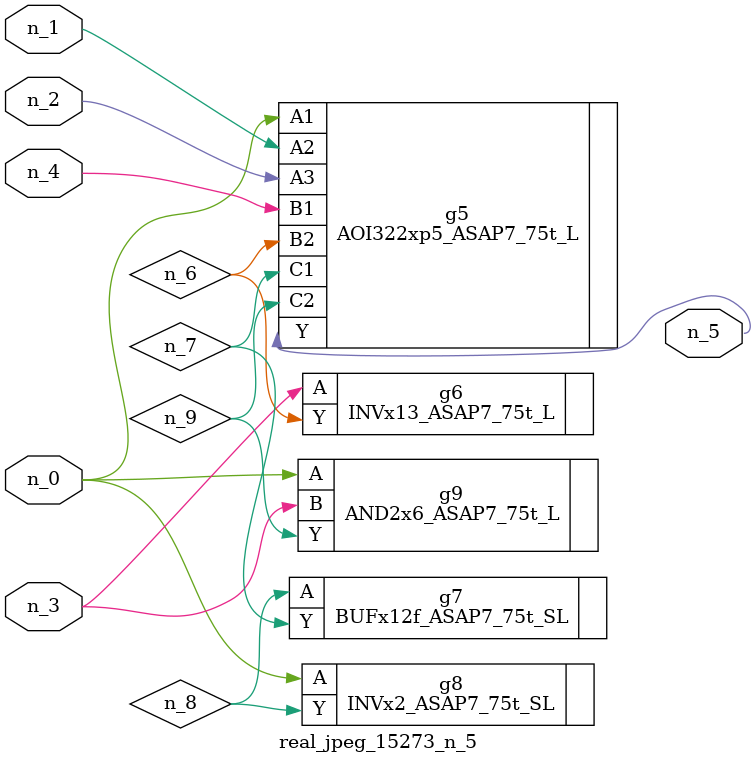
<source format=v>
module real_jpeg_15273_n_5 (n_4, n_0, n_1, n_2, n_3, n_5);

input n_4;
input n_0;
input n_1;
input n_2;
input n_3;

output n_5;

wire n_8;
wire n_6;
wire n_7;
wire n_9;

AOI322xp5_ASAP7_75t_L g5 ( 
.A1(n_0),
.A2(n_1),
.A3(n_2),
.B1(n_4),
.B2(n_6),
.C1(n_7),
.C2(n_9),
.Y(n_5)
);

INVx2_ASAP7_75t_SL g8 ( 
.A(n_0),
.Y(n_8)
);

AND2x6_ASAP7_75t_L g9 ( 
.A(n_0),
.B(n_3),
.Y(n_9)
);

INVx13_ASAP7_75t_L g6 ( 
.A(n_3),
.Y(n_6)
);

BUFx12f_ASAP7_75t_SL g7 ( 
.A(n_8),
.Y(n_7)
);


endmodule
</source>
